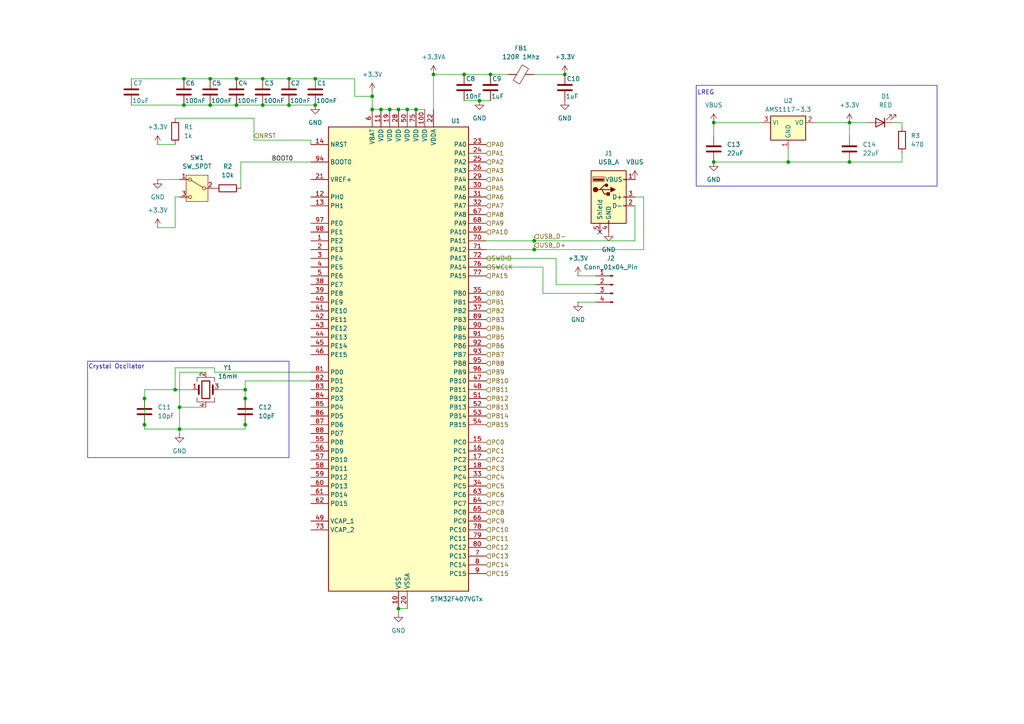
<source format=kicad_sch>
(kicad_sch (version 20250114) (generator "eeschema") (generator_version "9.0")
  (paper "A4")
  (lib_symbols
    (symbol "Connector:Conn_01x04_Pin" (pin_names (offset 1.016) (hide yes))
      (property "Reference" "J" (at 0 5.08 0))
      (property "Value" "Conn_01x04_Pin" (at 0 -7.62 0))
      (symbol "Conn_01x04_Pin_1_1"
        (rectangle (start 0.8636 2.667) (end 0 2.413) (stroke (width 0.1524)) (fill (type outline)))
        (rectangle (start 0.8636 0.127) (end 0 -0.127) (stroke (width 0.1524)) (fill (type outline)))
        (rectangle (start 0.8636 -2.413) (end 0 -2.667) (stroke (width 0.1524)) (fill (type outline)))
        (rectangle (start 0.8636 -4.953) (end 0 -5.207) (stroke (width 0.1524)) (fill (type outline)))
        (polyline (pts (xy 1.27 2.54) (xy 0.8636 2.54)) (stroke (width 0.1524)))
        (polyline (pts (xy 1.27 0) (xy 0.8636 0)) (stroke (width 0.1524)))
        (polyline (pts (xy 1.27 -2.54) (xy 0.8636 -2.54)) (stroke (width 0.1524)))
        (polyline (pts (xy 1.27 -5.08) (xy 0.8636 -5.08)) (stroke (width 0.1524)))
        (pin passive line (at 5.08 2.54 180) (length 3.81) (name "Pin_1") (number "1"))
        (pin passive line (at 5.08 0 180) (length 3.81) (name "Pin_2") (number "2"))
        (pin passive line (at 5.08 -2.54 180) (length 3.81) (name "Pin_3") (number "3"))
        (pin passive line (at 5.08 -5.08 180) (length 3.81) (name "Pin_4") (number "4"))
      )
    )
    (symbol "Connector:USB_A" (pin_names (offset 1.016))
      (property "Reference" "J" (at -5.08 11.43 0))
      (property "Value" "USB_A" (at -5.08 8.89 0))
      (symbol "USB_A_0_1"
        (rectangle (start -5.08 -7.62) (end 5.08 7.62) (stroke (width 0.254)) (fill (type background)))
        (circle (center -3.81 2.159) (radius 0.635) (stroke (width 0.254)) (fill (type outline)))
        (polyline (pts (xy -3.175 2.159) (xy -2.54 2.159) (xy -1.27 3.429) (xy -0.635 3.429)) (stroke (width 0.254)))
        (polyline (pts (xy -2.54 2.159) (xy -1.905 2.159) (xy -1.27 0.889) (xy 0 0.889)) (stroke (width 0.254)))
        (rectangle (start -1.524 4.826) (end -4.318 5.334) (fill (type outline)))
        (rectangle (start -1.27 4.572) (end -4.572 5.842))
        (circle (center -0.635 3.429) (radius 0.381) (stroke (width 0.254)) (fill (type outline)))
        (rectangle (start -0.127 -7.62) (end 0.127 -6.858))
        (rectangle (start 0.254 1.27) (end -0.508 0.508) (stroke (width 0.254)) (fill (type outline)))
        (polyline (pts (xy 0.635 2.794) (xy 0.635 1.524) (xy 1.905 2.159) (xy 0.635 2.794)) (stroke (width 0.254)) (fill (type outline)))
        (rectangle (start 5.08 4.953) (end 4.318 5.207))
        (rectangle (start 5.08 -0.127) (end 4.318 0.127))
        (rectangle (start 5.08 -2.667) (end 4.318 -2.413))
      )
      (symbol "USB_A_1_1"
        (polyline (pts (xy -1.905 2.159) (xy 0.635 2.159)) (stroke (width 0.254)))
        (pin passive line (at -2.54 -10.16 90) (length 2.54) (name "Shield") (number "5"))
        (pin power_in line (at 0 -10.16 90) (length 2.54) (name "GND") (number "4"))
        (pin power_in line (at 7.62 5.08 180) (length 2.54) (name "VBUS") (number "1"))
        (pin bidirectional line (at 7.62 0 180) (length 2.54) (name "D+") (number "3"))
        (pin bidirectional line (at 7.62 -2.54 180) (length 2.54) (name "D-") (number "2"))
      )
    )
    (symbol "Device:C" (pin_numbers (hide yes)) (pin_names (offset 0.254))
      (property "Reference" "C" (at 0.635 2.54 0))
      (property "Value" "C" (at 0.635 -2.54 0))
      (symbol "C_0_1"
        (polyline (pts (xy -2.032 0.762) (xy 2.032 0.762)) (stroke (width 0.508)))
        (polyline (pts (xy -2.032 -0.762) (xy 2.032 -0.762)) (stroke (width 0.508)))
      )
      (symbol "C_1_1"
        (pin passive line (at 0 3.81 270) (length 2.794) (name "~") (number "1"))
        (pin passive line (at 0 -3.81 90) (length 2.794) (name "~") (number "2"))
      )
    )
    (symbol "Device:Crystal_GND24" (pin_names (offset 1.016) (hide yes))
      (property "Reference" "Y" (at 3.175 5.08 0))
      (property "Value" "Crystal_GND24" (at 3.175 3.175 0))
      (symbol "Crystal_GND24_0_1"
        (polyline (pts (xy -2.54 2.286) (xy -2.54 3.556) (xy 2.54 3.556) (xy 2.54 2.286)))
        (polyline (pts (xy -2.54 0) (xy -2.032 0)))
        (polyline (pts (xy -2.54 -2.286) (xy -2.54 -3.556) (xy 2.54 -3.556) (xy 2.54 -2.286)))
        (polyline (pts (xy -2.032 -1.27) (xy -2.032 1.27)) (stroke (width 0.508)))
        (rectangle (start -1.143 2.54) (end 1.143 -2.54) (stroke (width 0.3048)))
        (polyline (pts (xy 0 3.556) (xy 0 3.81)))
        (polyline (pts (xy 0 -3.81) (xy 0 -3.556)))
        (polyline (pts (xy 2.032 0) (xy 2.54 0)))
        (polyline (pts (xy 2.032 -1.27) (xy 2.032 1.27)) (stroke (width 0.508)))
      )
      (symbol "Crystal_GND24_1_1"
        (pin passive line (at -3.81 0 0) (length 1.27) (name "1") (number "1"))
        (pin passive line (at 0 5.08 270) (length 1.27) (name "2") (number "2"))
        (pin passive line (at 0 -5.08 90) (length 1.27) (name "4") (number "4"))
        (pin passive line (at 3.81 0 180) (length 1.27) (name "3") (number "3"))
      )
    )
    (symbol "Device:FerriteBead" (pin_numbers (hide yes)) (pin_names (offset 0))
      (property "Reference" "FB" (at -3.81 0.635 90))
      (property "Value" "FerriteBead" (at 3.81 0 90))
      (symbol "FerriteBead_0_1"
        (polyline (pts (xy -2.7686 0.4064) (xy -1.7018 2.2606) (xy 2.7686 -0.3048) (xy 1.6764 -2.159) (xy -2.7686 0.4064)))
        (polyline (pts (xy 0 1.27) (xy 0 1.2954)))
        (polyline (pts (xy 0 -1.27) (xy 0 -1.2192)))
      )
      (symbol "FerriteBead_1_1"
        (pin passive line (at 0 3.81 270) (length 2.54) (name "~") (number "1"))
        (pin passive line (at 0 -3.81 90) (length 2.54) (name "~") (number "2"))
      )
    )
    (symbol "Device:LED" (pin_numbers (hide yes)) (pin_names (offset 1.016) (hide yes))
      (property "Reference" "D" (at 0 2.54 0))
      (property "Value" "LED" (at 0 -2.54 0))
      (symbol "LED_0_1"
        (polyline (pts (xy -3.048 -0.762) (xy -4.572 -2.286) (xy -3.81 -2.286) (xy -4.572 -2.286) (xy -4.572 -1.524)))
        (polyline (pts (xy -1.778 -0.762) (xy -3.302 -2.286) (xy -2.54 -2.286) (xy -3.302 -2.286) (xy -3.302 -1.524)))
        (polyline (pts (xy -1.27 0) (xy 1.27 0)))
        (polyline (pts (xy -1.27 -1.27) (xy -1.27 1.27)) (stroke (width 0.254)))
        (polyline (pts (xy 1.27 -1.27) (xy 1.27 1.27) (xy -1.27 0) (xy 1.27 -1.27)) (stroke (width 0.254)))
      )
      (symbol "LED_1_1"
        (pin passive line (at -3.81 0 0) (length 2.54) (name "K") (number "1"))
        (pin passive line (at 3.81 0 180) (length 2.54) (name "A") (number "2"))
      )
    )
    (symbol "Device:R" (pin_numbers (hide yes)) (pin_names (offset 0))
      (property "Reference" "R" (at 2.032 0 90))
      (property "Value" "R" (at 0 0 90))
      (symbol "R_0_1"
        (rectangle (start -1.016 -2.54) (end 1.016 2.54) (stroke (width 0.254)))
      )
      (symbol "R_1_1"
        (pin passive line (at 0 3.81 270) (length 1.27) (name "~") (number "1"))
        (pin passive line (at 0 -3.81 90) (length 1.27) (name "~") (number "2"))
      )
    )
    (symbol "MCU_ST_STM32F4:STM32F407VGTx"
      (property "Reference" "U" (at -20.32 69.85 0))
      (property "Value" "STM32F407VGTx" (at 12.7 69.85 0))
      (symbol "STM32F407VGTx_0_1"
        (rectangle (start -20.32 -66.04) (end 20.32 68.58) (stroke (width 0.254)) (fill (type background)))
      )
      (symbol "STM32F407VGTx_1_1"
        (pin input line (at -25.4 63.5 0) (length 5.08) (name "NRST") (number "14"))
        (pin input line (at -25.4 58.42 0) (length 5.08) (name "BOOT0") (number "94"))
        (pin input line (at -25.4 53.34 0) (length 5.08) (name "VREF+") (number "21"))
        (pin bidirectional line (at -25.4 48.26 0) (length 5.08) (name "PH0") (number "12"))
        (pin bidirectional line (at -25.4 45.72 0) (length 5.08) (name "PH1") (number "13"))
        (pin bidirectional line (at -25.4 40.64 0) (length 5.08) (name "PE0") (number "97"))
        (pin bidirectional line (at -25.4 38.1 0) (length 5.08) (name "PE1") (number "98"))
        (pin bidirectional line (at -25.4 35.56 0) (length 5.08) (name "PE2") (number "1"))
        (pin bidirectional line (at -25.4 33.02 0) (length 5.08) (name "PE3") (number "2"))
        (pin bidirectional line (at -25.4 30.48 0) (length 5.08) (name "PE4") (number "3"))
        (pin bidirectional line (at -25.4 27.94 0) (length 5.08) (name "PE5") (number "4"))
        (pin bidirectional line (at -25.4 25.4 0) (length 5.08) (name "PE6") (number "5"))
        (pin bidirectional line (at -25.4 22.86 0) (length 5.08) (name "PE7") (number "38"))
        (pin bidirectional line (at -25.4 20.32 0) (length 5.08) (name "PE8") (number "39"))
        (pin bidirectional line (at -25.4 17.78 0) (length 5.08) (name "PE9") (number "40"))
        (pin bidirectional line (at -25.4 15.24 0) (length 5.08) (name "PE10") (number "41"))
        (pin bidirectional line (at -25.4 12.7 0) (length 5.08) (name "PE11") (number "42"))
        (pin bidirectional line (at -25.4 10.16 0) (length 5.08) (name "PE12") (number "43"))
        (pin bidirectional line (at -25.4 7.62 0) (length 5.08) (name "PE13") (number "44"))
        (pin bidirectional line (at -25.4 5.08 0) (length 5.08) (name "PE14") (number "45"))
        (pin bidirectional line (at -25.4 2.54 0) (length 5.08) (name "PE15") (number "46"))
        (pin bidirectional line (at -25.4 -2.54 0) (length 5.08) (name "PD0") (number "81"))
        (pin bidirectional line (at -25.4 -5.08 0) (length 5.08) (name "PD1") (number "82"))
        (pin bidirectional line (at -25.4 -7.62 0) (length 5.08) (name "PD2") (number "83"))
        (pin bidirectional line (at -25.4 -10.16 0) (length 5.08) (name "PD3") (number "84"))
        (pin bidirectional line (at -25.4 -12.7 0) (length 5.08) (name "PD4") (number "85"))
        (pin bidirectional line (at -25.4 -15.24 0) (length 5.08) (name "PD5") (number "86"))
        (pin bidirectional line (at -25.4 -17.78 0) (length 5.08) (name "PD6") (number "87"))
        (pin bidirectional line (at -25.4 -20.32 0) (length 5.08) (name "PD7") (number "88"))
        (pin bidirectional line (at -25.4 -22.86 0) (length 5.08) (name "PD8") (number "55"))
        (pin bidirectional line (at -25.4 -25.4 0) (length 5.08) (name "PD9") (number "56"))
        (pin bidirectional line (at -25.4 -27.94 0) (length 5.08) (name "PD10") (number "57"))
        (pin bidirectional line (at -25.4 -30.48 0) (length 5.08) (name "PD11") (number "58"))
        (pin bidirectional line (at -25.4 -33.02 0) (length 5.08) (name "PD12") (number "59"))
        (pin bidirectional line (at -25.4 -35.56 0) (length 5.08) (name "PD13") (number "60"))
        (pin bidirectional line (at -25.4 -38.1 0) (length 5.08) (name "PD14") (number "61"))
        (pin bidirectional line (at -25.4 -40.64 0) (length 5.08) (name "PD15") (number "62"))
        (pin power_out line (at -25.4 -45.72 0) (length 5.08) (name "VCAP_1") (number "49"))
        (pin power_out line (at -25.4 -48.26 0) (length 5.08) (name "VCAP_2") (number "73"))
        (pin power_in line (at -7.62 73.66 270) (length 5.08) (name "VBAT") (number "6"))
        (pin power_in line (at -5.08 73.66 270) (length 5.08) (name "VDD") (number "11"))
        (pin power_in line (at -2.54 73.66 270) (length 5.08) (name "VDD") (number "19"))
        (pin power_in line (at 0 73.66 270) (length 5.08) (name "VDD") (number "28"))
        (pin power_in line (at 0 -71.12 90) (length 5.08) (name "VSS") (number "10"))
        (pin passive line (at 0 -71.12 90) (length 5.08) (hide yes) (name "VSS") (number "27"))
        (pin passive line (at 0 -71.12 90) (length 5.08) (hide yes) (name "VSS") (number "74"))
        (pin passive line (at 0 -71.12 90) (length 5.08) (hide yes) (name "VSS") (number "99"))
        (pin power_in line (at 2.54 73.66 270) (length 5.08) (name "VDD") (number "50"))
        (pin power_in line (at 2.54 -71.12 90) (length 5.08) (name "VSSA") (number "20"))
        (pin power_in line (at 5.08 73.66 270) (length 5.08) (name "VDD") (number "75"))
        (pin power_in line (at 7.62 73.66 270) (length 5.08) (name "VDD") (number "100"))
        (pin power_in line (at 10.16 73.66 270) (length 5.08) (name "VDDA") (number "22"))
        (pin bidirectional line (at 25.4 63.5 180) (length 5.08) (name "PA0") (number "23"))
        (pin bidirectional line (at 25.4 60.96 180) (length 5.08) (name "PA1") (number "24"))
        (pin bidirectional line (at 25.4 58.42 180) (length 5.08) (name "PA2") (number "25"))
        (pin bidirectional line (at 25.4 55.88 180) (length 5.08) (name "PA3") (number "26"))
        (pin bidirectional line (at 25.4 53.34 180) (length 5.08) (name "PA4") (number "29"))
        (pin bidirectional line (at 25.4 50.8 180) (length 5.08) (name "PA5") (number "30"))
        (pin bidirectional line (at 25.4 48.26 180) (length 5.08) (name "PA6") (number "31"))
        (pin bidirectional line (at 25.4 45.72 180) (length 5.08) (name "PA7") (number "32"))
        (pin bidirectional line (at 25.4 43.18 180) (length 5.08) (name "PA8") (number "67"))
        (pin bidirectional line (at 25.4 40.64 180) (length 5.08) (name "PA9") (number "68"))
        (pin bidirectional line (at 25.4 38.1 180) (length 5.08) (name "PA10") (number "69"))
        (pin bidirectional line (at 25.4 35.56 180) (length 5.08) (name "PA11") (number "70"))
        (pin bidirectional line (at 25.4 33.02 180) (length 5.08) (name "PA12") (number "71"))
        (pin bidirectional line (at 25.4 30.48 180) (length 5.08) (name "PA13") (number "72"))
        (pin bidirectional line (at 25.4 27.94 180) (length 5.08) (name "PA14") (number "76"))
        (pin bidirectional line (at 25.4 25.4 180) (length 5.08) (name "PA15") (number "77"))
        (pin bidirectional line (at 25.4 20.32 180) (length 5.08) (name "PB0") (number "35"))
        (pin bidirectional line (at 25.4 17.78 180) (length 5.08) (name "PB1") (number "36"))
        (pin bidirectional line (at 25.4 15.24 180) (length 5.08) (name "PB2") (number "37"))
        (pin bidirectional line (at 25.4 12.7 180) (length 5.08) (name "PB3") (number "89"))
        (pin bidirectional line (at 25.4 10.16 180) (length 5.08) (name "PB4") (number "90"))
        (pin bidirectional line (at 25.4 7.62 180) (length 5.08) (name "PB5") (number "91"))
        (pin bidirectional line (at 25.4 5.08 180) (length 5.08) (name "PB6") (number "92"))
        (pin bidirectional line (at 25.4 2.54 180) (length 5.08) (name "PB7") (number "93"))
        (pin bidirectional line (at 25.4 0 180) (length 5.08) (name "PB8") (number "95"))
        (pin bidirectional line (at 25.4 -2.54 180) (length 5.08) (name "PB9") (number "96"))
        (pin bidirectional line (at 25.4 -5.08 180) (length 5.08) (name "PB10") (number "47"))
        (pin bidirectional line (at 25.4 -7.62 180) (length 5.08) (name "PB11") (number "48"))
        (pin bidirectional line (at 25.4 -10.16 180) (length 5.08) (name "PB12") (number "51"))
        (pin bidirectional line (at 25.4 -12.7 180) (length 5.08) (name "PB13") (number "52"))
        (pin bidirectional line (at 25.4 -15.24 180) (length 5.08) (name "PB14") (number "53"))
        (pin bidirectional line (at 25.4 -17.78 180) (length 5.08) (name "PB15") (number "54"))
        (pin bidirectional line (at 25.4 -22.86 180) (length 5.08) (name "PC0") (number "15"))
        (pin bidirectional line (at 25.4 -25.4 180) (length 5.08) (name "PC1") (number "16"))
        (pin bidirectional line (at 25.4 -27.94 180) (length 5.08) (name "PC2") (number "17"))
        (pin bidirectional line (at 25.4 -30.48 180) (length 5.08) (name "PC3") (number "18"))
        (pin bidirectional line (at 25.4 -33.02 180) (length 5.08) (name "PC4") (number "33"))
        (pin bidirectional line (at 25.4 -35.56 180) (length 5.08) (name "PC5") (number "34"))
        (pin bidirectional line (at 25.4 -38.1 180) (length 5.08) (name "PC6") (number "63"))
        (pin bidirectional line (at 25.4 -40.64 180) (length 5.08) (name "PC7") (number "64"))
        (pin bidirectional line (at 25.4 -43.18 180) (length 5.08) (name "PC8") (number "65"))
        (pin bidirectional line (at 25.4 -45.72 180) (length 5.08) (name "PC9") (number "66"))
        (pin bidirectional line (at 25.4 -48.26 180) (length 5.08) (name "PC10") (number "78"))
        (pin bidirectional line (at 25.4 -50.8 180) (length 5.08) (name "PC11") (number "79"))
        (pin bidirectional line (at 25.4 -53.34 180) (length 5.08) (name "PC12") (number "80"))
        (pin bidirectional line (at 25.4 -55.88 180) (length 5.08) (name "PC13") (number "7"))
        (pin bidirectional line (at 25.4 -58.42 180) (length 5.08) (name "PC14") (number "8"))
        (pin bidirectional line (at 25.4 -60.96 180) (length 5.08) (name "PC15") (number "9"))
      )
    )
    (symbol "Regulator_Linear:AMS1117-3.3"
      (property "Reference" "U" (at -3.81 3.175 0))
      (property "Value" "AMS1117-3.3" (at 0 3.175 0))
      (symbol "AMS1117-3.3_0_1"
        (rectangle (start -5.08 -5.08) (end 5.08 1.905) (stroke (width 0.254)) (fill (type background)))
      )
      (symbol "AMS1117-3.3_1_1"
        (pin power_in line (at -7.62 0 0) (length 2.54) (name "VI") (number "3"))
        (pin power_in line (at 0 -7.62 90) (length 2.54) (name "GND") (number "1"))
        (pin power_out line (at 7.62 0 180) (length 2.54) (name "VO") (number "2"))
      )
    )
    (symbol "Switch:SW_SPDT" (pin_names (offset 0) (hide yes))
      (property "Reference" "SW" (at 0 5.08 0))
      (property "Value" "SW_SPDT" (at 0 -5.08 0))
      (symbol "SW_SPDT_0_1"
        (circle (center -2.032 0) (radius 0.4572))
        (polyline (pts (xy -1.651 0.254) (xy 1.651 2.286)))
        (circle (center 2.032 2.54) (radius 0.4572))
        (circle (center 2.032 -2.54) (radius 0.4572))
      )
      (symbol "SW_SPDT_1_1"
        (rectangle (start -3.175 3.81) (end 3.175 -3.81) (fill (type background)))
        (pin passive line (at -5.08 0 0) (length 2.54) (name "B") (number "2"))
        (pin passive line (at 5.08 2.54 180) (length 2.54) (name "A") (number "1"))
        (pin passive line (at 5.08 -2.54 180) (length 2.54) (name "C") (number "3"))
      )
    )
    (symbol "power:+3.3V" (power) (pin_numbers (hide yes)) (pin_names (offset 0) (hide yes))
      (property "Value" "+3.3V" (at 0 3.556 0))
      (symbol "+3.3V_0_1"
        (polyline (pts (xy -0.762 1.27) (xy 0 2.54)))
        (polyline (pts (xy 0 2.54) (xy 0.762 1.27)))
        (polyline (pts (xy 0 0) (xy 0 2.54)))
      )
      (symbol "+3.3V_1_1"
        (pin power_in line (at 0 0 90) (length 0) (name "~") (number "1"))
      )
    )
    (symbol "power:+3.3VA" (power) (pin_numbers (hide yes)) (pin_names (offset 0) (hide yes))
      (property "Value" "+3.3VA" (at 0 3.556 0))
      (symbol "+3.3VA_0_1"
        (polyline (pts (xy -0.762 1.27) (xy 0 2.54)))
        (polyline (pts (xy 0 2.54) (xy 0.762 1.27)))
        (polyline (pts (xy 0 0) (xy 0 2.54)))
      )
      (symbol "+3.3VA_1_1"
        (pin power_in line (at 0 0 90) (length 0) (name "~") (number "1"))
      )
    )
    (symbol "power:+3V3" (power) (pin_numbers (hide yes)) (pin_names (offset 0) (hide yes))
      (property "Value" "+3V3" (at 0 3.556 0))
      (symbol "+3V3_0_1"
        (polyline (pts (xy -0.762 1.27) (xy 0 2.54)))
        (polyline (pts (xy 0 2.54) (xy 0.762 1.27)))
        (polyline (pts (xy 0 0) (xy 0 2.54)))
      )
      (symbol "+3V3_1_1"
        (pin power_in line (at 0 0 90) (length 0) (name "~") (number "1"))
      )
    )
    (symbol "power:+5V" (power) (pin_numbers (hide yes)) (pin_names (offset 0) (hide yes))
      (property "Value" "+5V" (at 0 3.556 0))
      (symbol "+5V_0_1"
        (polyline (pts (xy -0.762 1.27) (xy 0 2.54)))
        (polyline (pts (xy 0 2.54) (xy 0.762 1.27)))
        (polyline (pts (xy 0 0) (xy 0 2.54)))
      )
      (symbol "+5V_1_1"
        (pin power_in line (at 0 0 90) (length 0) (name "~") (number "1"))
      )
    )
    (symbol "power:GND" (power) (pin_numbers (hide yes)) (pin_names (offset 0) (hide yes))
      (property "Value" "GND" (at 0 -3.81 0))
      (symbol "GND_0_1"
        (polyline (pts (xy 0 0) (xy 0 -1.27) (xy 1.27 -1.27) (xy 0 -2.54) (xy -1.27 -1.27) (xy 0 -1.27)))
      )
      (symbol "GND_1_1"
        (pin power_in line (at 0 0 270) (length 0) (name "~") (number "1"))
      )
    )
    (symbol "power:VBUS" (power) (pin_numbers (hide yes)) (pin_names (offset 0) (hide yes))
      (property "Value" "VBUS" (at 0 3.556 0))
      (symbol "VBUS_0_1"
        (polyline (pts (xy -0.762 1.27) (xy 0 2.54)))
        (polyline (pts (xy 0 2.54) (xy 0.762 1.27)))
        (polyline (pts (xy 0 0) (xy 0 2.54)))
      )
      (symbol "VBUS_1_1"
        (pin power_in line (at 0 0 90) (length 0) (name "~") (number "1"))
      )
    )
  )
  (rectangle (start 201.93 24.765) (end 271.78 53.975))
  (rectangle (start 25.4 104.775) (end 83.82 132.715))
  (text "Crystal Occilator" (at 33.782 106.426 0) (effects (font (size 1.27 1.27))))
  (text "LREG" (at 204.724 26.924 0) (effects (font (size 1.27 1.27))))
  (junction (at 139.065 29.21))
  (junction (at 246.38 46.99))
  (junction (at 50.8 113.03))
  (junction (at 125.73 21.59))
  (junction (at 107.95 27.94))
  (junction (at 113.03 31.75))
  (junction (at 118.11 31.75))
  (junction (at 68.58 22.86))
  (junction (at 53.34 22.86))
  (junction (at 228.6 46.99))
  (junction (at 154.94 72.39))
  (junction (at 53.34 30.48))
  (junction (at 71.12 123.19))
  (junction (at 60.96 30.48))
  (junction (at 41.91 123.19))
  (junction (at 207.01 46.99))
  (junction (at 115.57 176.53))
  (junction (at 246.38 35.56))
  (junction (at 76.2 22.86))
  (junction (at 163.83 21.59))
  (junction (at 52.07 118.11))
  (junction (at 68.58 30.48))
  (junction (at 207.01 35.56))
  (junction (at 115.57 31.75))
  (junction (at 71.12 113.03))
  (junction (at 154.94 69.85))
  (junction (at 120.65 31.75))
  (junction (at 134.62 21.59))
  (junction (at 83.82 30.48))
  (junction (at 110.49 31.75))
  (junction (at 60.96 22.86))
  (junction (at 41.91 115.57))
  (junction (at 83.82 22.86))
  (junction (at 71.12 115.57))
  (junction (at 107.95 31.75))
  (junction (at 52.07 124.46))
  (junction (at 76.2 30.48))
  (junction (at 91.44 30.48))
  (junction (at 142.24 21.59))
  (junction (at 91.44 22.86))
  (no_connect (at 173.99 67.31))
  (wire (pts (xy 60.96 22.86) (xy 68.58 22.86)))
  (wire (pts (xy 53.34 22.86) (xy 60.96 22.86)))
  (wire (pts (xy 228.6 46.99) (xy 246.38 46.99)))
  (wire (pts (xy 154.94 72.39) (xy 186.69 72.39)))
  (wire (pts (xy 59.69 107.95) (xy 52.07 107.95)))
  (wire (pts (xy 90.17 46.99) (xy 69.85 46.99)))
  (wire (pts (xy 259.08 35.56) (xy 261.62 35.56)))
  (wire (pts (xy 157.48 77.47) (xy 157.48 85.09)))
  (wire (pts (xy 184.15 69.85) (xy 184.15 59.69)))
  (wire (pts (xy 107.95 27.94) (xy 107.95 31.75)))
  (wire (pts (xy 71.12 124.46) (xy 71.12 123.19)))
  (wire (pts (xy 38.1 22.86) (xy 53.34 22.86)))
  (wire (pts (xy 50.8 66.04) (xy 50.8 57.15)))
  (wire (pts (xy 107.95 31.75) (xy 110.49 31.75)))
  (wire (pts (xy 52.07 118.11) (xy 59.69 118.11)))
  (wire (pts (xy 236.22 35.56) (xy 246.38 35.56)))
  (wire (pts (xy 62.23 107.95) (xy 62.23 106.68)))
  (wire (pts (xy 157.48 85.09) (xy 172.72 85.09)))
  (wire (pts (xy 125.73 21.59) (xy 125.73 31.75)))
  (wire (pts (xy 154.94 21.59) (xy 163.83 21.59)))
  (wire (pts (xy 41.91 113.03) (xy 41.91 115.57)))
  (wire (pts (xy 120.65 31.75) (xy 123.19 31.75)))
  (wire (pts (xy 161.29 74.93) (xy 161.29 82.55)))
  (wire (pts (xy 102.87 27.94) (xy 107.95 27.94)))
  (wire (pts (xy 134.62 21.59) (xy 142.24 21.59)))
  (wire (pts (xy 71.12 110.49) (xy 90.17 110.49)))
  (wire (pts (xy 63.5 113.03) (xy 71.12 113.03)))
  (wire (pts (xy 73.66 34.29) (xy 73.66 40.64)))
  (wire (pts (xy 246.38 35.56) (xy 246.38 39.37)))
  (wire (pts (xy 118.11 31.75) (xy 120.65 31.75)))
  (wire (pts (xy 140.97 77.47) (xy 157.48 77.47)))
  (wire (pts (xy 186.69 72.39) (xy 186.69 57.15)))
  (wire (pts (xy 50.8 57.15) (xy 52.07 57.15)))
  (wire (pts (xy 154.94 68.58) (xy 154.94 69.85)))
  (wire (pts (xy 154.94 71.12) (xy 154.94 72.39)))
  (wire (pts (xy 90.17 107.95) (xy 62.23 107.95)))
  (wire (pts (xy 73.66 40.64) (xy 90.17 40.64)))
  (wire (pts (xy 41.91 123.19) (xy 41.91 124.46)))
  (wire (pts (xy 62.23 106.68) (xy 50.8 106.68)))
  (wire (pts (xy 102.87 22.86) (xy 102.87 27.94)))
  (wire (pts (xy 154.94 69.85) (xy 184.15 69.85)))
  (wire (pts (xy 68.58 30.48) (xy 76.2 30.48)))
  (wire (pts (xy 139.065 29.21) (xy 142.24 29.21)))
  (wire (pts (xy 161.29 82.55) (xy 172.72 82.55)))
  (wire (pts (xy 69.85 46.99) (xy 69.85 54.61)))
  (wire (pts (xy 52.07 124.46) (xy 71.12 124.46)))
  (wire (pts (xy 50.8 113.03) (xy 55.88 113.03)))
  (wire (pts (xy 76.2 22.86) (xy 83.82 22.86)))
  (wire (pts (xy 134.62 29.21) (xy 139.065 29.21)))
  (wire (pts (xy 115.57 176.53) (xy 118.11 176.53)))
  (wire (pts (xy 76.2 30.48) (xy 83.82 30.48)))
  (wire (pts (xy 71.12 113.03) (xy 71.12 115.57)))
  (wire (pts (xy 140.97 74.93) (xy 161.29 74.93)))
  (wire (pts (xy 228.6 46.99) (xy 228.6 43.18)))
  (wire (pts (xy 41.91 124.46) (xy 52.07 124.46)))
  (wire (pts (xy 60.96 30.48) (xy 68.58 30.48)))
  (wire (pts (xy 50.8 113.03) (xy 41.91 113.03)))
  (wire (pts (xy 68.58 22.86) (xy 76.2 22.86)))
  (wire (pts (xy 167.64 80.01) (xy 172.72 80.01)))
  (wire (pts (xy 53.34 30.48) (xy 60.96 30.48)))
  (wire (pts (xy 142.24 21.59) (xy 147.32 21.59)))
  (wire (pts (xy 38.1 30.48) (xy 53.34 30.48)))
  (wire (pts (xy 113.03 31.75) (xy 115.57 31.75)))
  (wire (pts (xy 167.64 87.63) (xy 172.72 87.63)))
  (wire (pts (xy 71.12 110.49) (xy 71.12 113.03)))
  (wire (pts (xy 41.91 115.57) (xy 41.91 123.19)))
  (wire (pts (xy 52.07 124.46) (xy 52.07 118.11)))
  (wire (pts (xy 140.97 72.39) (xy 154.94 72.39)))
  (wire (pts (xy 45.72 52.07) (xy 52.07 52.07)))
  (wire (pts (xy 50.8 106.68) (xy 50.8 113.03)))
  (wire (pts (xy 207.01 35.56) (xy 220.98 35.56)))
  (wire (pts (xy 52.07 125.73) (xy 52.07 124.46)))
  (wire (pts (xy 207.01 46.99) (xy 228.6 46.99)))
  (wire (pts (xy 110.49 31.75) (xy 113.03 31.75)))
  (wire (pts (xy 115.57 176.53) (xy 115.57 177.8)))
  (wire (pts (xy 107.95 26.67) (xy 107.95 27.94)))
  (wire (pts (xy 71.12 115.57) (xy 71.12 123.19)))
  (wire (pts (xy 83.82 30.48) (xy 91.44 30.48)))
  (wire (pts (xy 246.38 46.99) (xy 261.62 46.99)))
  (wire (pts (xy 186.69 57.15) (xy 184.15 57.15)))
  (wire (pts (xy 91.44 22.86) (xy 102.87 22.86)))
  (wire (pts (xy 134.62 21.59) (xy 125.73 21.59)))
  (wire (pts (xy 52.07 107.95) (xy 52.07 118.11)))
  (wire (pts (xy 140.97 69.85) (xy 154.94 69.85)))
  (wire (pts (xy 83.82 22.86) (xy 91.44 22.86)))
  (wire (pts (xy 207.01 35.56) (xy 207.01 39.37)))
  (wire (pts (xy 50.8 41.91) (xy 45.72 41.91)))
  (wire (pts (xy 45.72 66.04) (xy 50.8 66.04)))
  (wire (pts (xy 251.46 35.56) (xy 246.38 35.56)))
  (wire (pts (xy 90.17 40.64) (xy 90.17 41.91)))
  (wire (pts (xy 261.62 35.56) (xy 261.62 36.83)))
  (wire (pts (xy 115.57 31.75) (xy 118.11 31.75)))
  (wire (pts (xy 50.8 34.29) (xy 73.66 34.29)))
  (wire (pts (xy 261.62 46.99) (xy 261.62 44.45)))
  (label "BOOT0" (at 78.74 46.99 0))
  (hierarchical_label "PB6" (shape input) (at 140.97 100.33 0))
  (hierarchical_label "PB14" (shape input) (at 140.97 120.65 0))
  (hierarchical_label "PB11" (shape input) (at 140.97 113.03 0))
  (hierarchical_label "PB9" (shape input) (at 140.97 107.95 0))
  (hierarchical_label "PC15" (shape input) (at 140.97 166.37 0))
  (hierarchical_label "NRST" (shape input) (at 73.66 39.37 0))
  (hierarchical_label "PB7" (shape input) (at 140.97 102.87 0))
  (hierarchical_label "PA9" (shape input) (at 140.97 64.77 0))
  (hierarchical_label "PC1" (shape input) (at 140.97 130.81 0))
  (hierarchical_label "PC9" (shape input) (at 140.97 151.13 0))
  (hierarchical_label "PB0" (shape input) (at 140.97 85.09 0))
  (hierarchical_label "PC4" (shape input) (at 140.97 138.43 0))
  (hierarchical_label "PA2" (shape input) (at 140.97 46.99 0))
  (hierarchical_label "PC0" (shape input) (at 140.97 128.27 0))
  (hierarchical_label "PC11" (shape input) (at 140.97 156.21 0))
  (hierarchical_label "PA6" (shape input) (at 140.97 57.15 0))
  (hierarchical_label "PA15" (shape input) (at 140.97 80.01 0))
  (hierarchical_label "PC3" (shape input) (at 140.97 135.89 0))
  (hierarchical_label "PA10" (shape input) (at 140.97 67.31 0))
  (hierarchical_label "PB15" (shape input) (at 140.97 123.19 0))
  (hierarchical_label "PC7" (shape input) (at 140.97 146.05 0))
  (hierarchical_label "PB5" (shape input) (at 140.97 97.79 0))
  (hierarchical_label "SWDIO" (shape input) (at 140.97 74.93 0))
  (hierarchical_label "PC8" (shape input) (at 140.97 148.59 0))
  (hierarchical_label "PA5" (shape input) (at 140.97 54.61 0))
  (hierarchical_label "PB12" (shape input) (at 140.97 115.57 0))
  (hierarchical_label "PA8" (shape input) (at 140.97 62.23 0))
  (hierarchical_label "USB_D+" (shape input) (at 154.94 71.12 0))
  (hierarchical_label "PB10" (shape input) (at 140.97 110.49 0))
  (hierarchical_label "SWCLK" (shape input) (at 140.97 77.47 0))
  (hierarchical_label "PB8" (shape input) (at 140.97 105.41 0))
  (hierarchical_label "USB_D-" (shape input) (at 154.94 68.58 0))
  (hierarchical_label "PA4" (shape input) (at 140.97 52.07 0))
  (hierarchical_label "PC2" (shape input) (at 140.97 133.35 0))
  (hierarchical_label "PC13" (shape input) (at 140.97 161.29 0))
  (hierarchical_label "PC10" (shape input) (at 140.97 153.67 0))
  (hierarchical_label "PA7" (shape input) (at 140.97 59.69 0))
  (hierarchical_label "PB2" (shape input) (at 140.97 90.17 0))
  (hierarchical_label "PC5" (shape input) (at 140.97 140.97 0))
  (hierarchical_label "PA1" (shape input) (at 140.97 44.45 0))
  (hierarchical_label "PC12" (shape input) (at 140.97 158.75 0))
  (hierarchical_label "PB3" (shape input) (at 140.97 92.71 0))
  (hierarchical_label "PB4" (shape input) (at 140.97 95.25 0))
  (hierarchical_label "PC6" (shape input) (at 140.97 143.51 0))
  (hierarchical_label "PB1" (shape input) (at 140.97 87.63 0))
  (hierarchical_label "PA3" (shape input) (at 140.97 49.53 0))
  (hierarchical_label "PA0" (shape input) (at 140.97 41.91 0))
  (hierarchical_label "PC14" (shape input) (at 140.97 163.83 0))
  (hierarchical_label "PB13" (shape input) (at 140.97 118.11 0))
  (symbol (lib_id "power:GND") (at 207.01 46.99 0) (unit 1)
    (property "Reference" "#PWR018" (effects (hide yes)))
    (property "Value" "GND" (at 207.01 52.07 0))
    (property "Description" "Power symbol creates a global label with name \"GND\" , ground" (effects (hide yes)))
  )
  (symbol (lib_id "Regulator_Linear:AMS1117-3.3") (at 228.6 35.56 0) (unit 1)
    (property "Reference" "U2" (at 228.6 29.21 0))
    (property "Value" "AMS1117-3.3" (at 228.6 31.75 0))
    (property "Footprint" "Package_TO_SOT_SMD:SOT-223-3_TabPin2" (effects (hide yes)))
    (property "Datasheet" "http://www.advanced-monolithic.com/pdf/ds1117.pdf" (effects (hide yes)))
    (property "Description" "1A Low Dropout regulator, positive, 3.3V fixed output, SOT-223" (effects (hide yes)))
  )
  (symbol (lib_id "power:GND") (at 139.065 29.21 0) (unit 1)
    (property "Reference" "#PWR05" (effects (hide yes)))
    (property "Value" "GND" (at 139.065 34.29 0))
    (property "Description" "Power symbol creates a global label with name \"GND\" , ground" (effects (hide yes)))
  )
  (symbol (lib_id "Device:LED") (at 255.27 35.56 180) (unit 1)
    (property "Reference" "D1" (at 256.8575 27.94 0))
    (property "Value" "RED" (at 256.8575 30.48 0))
    (property "Description" "Light emitting diode" (effects (hide yes)))
    (property "Sim.Pins" "1=K 2=A" (effects (hide yes)))
  )
  (symbol (lib_id "Device:C") (at 246.38 43.18 0) (unit 1)
    (property "Reference" "C14" (at 250.19 41.9099 0) (effects (justify left)))
    (property "Value" "22uF" (at 250.19 44.4499 0) (effects (justify left)))
    (property "Description" "Unpolarized capacitor" (effects (hide yes)))
  )
  (symbol (lib_id "power:+3.3V") (at 167.64 80.01 0) (unit 1)
    (property "Reference" "#PWR011" (effects (hide yes)))
    (property "Value" "+3.3V" (at 167.64 74.93 0))
    (property "Description" "Power symbol creates a global label with name \"+3.3V\"" (effects (hide yes)))
  )
  (symbol (lib_id "Connector:USB_A") (at 176.53 57.15 0) (unit 1)
    (property "Reference" "J1" (at 176.53 44.45 0))
    (property "Value" "USB_A" (at 176.53 46.99 0))
    (property "Description" "USB Type A connector" (effects (hide yes)))
  )
  (symbol (lib_id "power:+3.3V") (at 45.72 41.91 0) (unit 1)
    (property "Reference" "#PWR08" (effects (hide yes)))
    (property "Value" "+3.3V" (at 45.72 36.83 0))
    (property "Description" "Power symbol creates a global label with name \"+3.3V\"" (effects (hide yes)))
  )
  (symbol (lib_id "power:+3.3VA") (at 125.73 21.59 0) (unit 1)
    (property "Reference" "#PWR04" (effects (hide yes)))
    (property "Value" "+3.3VA" (at 125.73 16.51 0))
    (property "Description" "Power symbol creates a global label with name \"+3.3VA\"" (effects (hide yes)))
  )
  (symbol (lib_id "power:VBUS") (at 207.01 35.56 0) (unit 1)
    (property "Reference" "#PWR016" (effects (hide yes)))
    (property "Value" "VBUS" (at 207.01 30.48 0))
    (property "Description" "Power symbol creates a global label with name \"VBUS\"" (effects (hide yes)))
  )
  (symbol (lib_id "Device:C") (at 76.2 26.67 0) (unit 1)
    (property "Reference" "C3" (at 76.708 24.13 0) (effects (justify left)))
    (property "Value" "100nF" (at 76.454 29.21 0) (effects (justify left)))
    (property "Description" "Unpolarized capacitor" (effects (hide yes)))
  )
  (symbol (lib_id "Device:C") (at 38.1 26.67 0) (unit 1)
    (property "Reference" "C7" (at 38.608 24.13 0) (effects (justify left)))
    (property "Value" "10uF" (at 38.354 29.21 0) (effects (justify left)))
    (property "Description" "Unpolarized capacitor" (effects (hide yes)))
  )
  (symbol (lib_id "Device:C") (at 41.91 119.38 0) (unit 1)
    (property "Reference" "C11" (at 45.72 118.1099 0) (effects (justify left)))
    (property "Value" "10pF" (at 45.72 120.6499 0) (effects (justify left)))
    (property "Description" "Unpolarized capacitor" (effects (hide yes)))
  )
  (symbol (lib_id "Device:C") (at 83.82 26.67 0) (unit 1)
    (property "Reference" "C2" (at 84.328 24.13 0) (effects (justify left)))
    (property "Value" "100nF" (at 84.074 29.21 0) (effects (justify left)))
    (property "Description" "Unpolarized capacitor" (effects (hide yes)))
  )
  (symbol (lib_id "Device:C") (at 207.01 43.18 0) (unit 1)
    (property "Reference" "C13" (at 210.82 41.9099 0) (effects (justify left)))
    (property "Value" "22uF" (at 210.82 44.4499 0) (effects (justify left)))
    (property "Description" "Unpolarized capacitor" (effects (hide yes)))
  )
  (symbol (lib_id "Device:R") (at 50.8 38.1 0) (unit 1)
    (property "Reference" "R1" (at 53.34 36.8299 0) (effects (justify left)))
    (property "Value" "1k" (at 53.34 39.3699 0) (effects (justify left)))
    (property "Description" "Resistor" (effects (hide yes)))
  )
  (symbol (lib_id "Device:C") (at 53.34 26.67 0) (unit 1)
    (property "Reference" "C6" (at 53.848 24.13 0) (effects (justify left)))
    (property "Value" "100nF" (at 53.594 29.21 0) (effects (justify left)))
    (property "Description" "Unpolarized capacitor" (effects (hide yes)))
  )
  (symbol (lib_id "power:GND") (at 176.53 67.31 0) (unit 1)
    (property "Reference" "#PWR012" (effects (hide yes)))
    (property "Value" "GND" (at 176.53 72.39 0))
    (property "Description" "Power symbol creates a global label with name \"GND\" , ground" (effects (hide yes)))
  )
  (symbol (lib_id "Device:C") (at 68.58 26.67 0) (unit 1)
    (property "Reference" "C4" (at 69.088 24.13 0) (effects (justify left)))
    (property "Value" "100nF" (at 68.834 29.21 0) (effects (justify left)))
    (property "Description" "Unpolarized capacitor" (effects (hide yes)))
  )
  (symbol (lib_id "power:GND") (at 45.72 52.07 0) (unit 1)
    (property "Reference" "#PWR09" (effects (hide yes)))
    (property "Value" "GND" (at 45.72 57.15 0))
    (property "Description" "Power symbol creates a global label with name \"GND\" , ground" (effects (hide yes)))
  )
  (symbol (lib_id "power:+3.3V") (at 45.72 66.04 0) (unit 1)
    (property "Reference" "#PWR010" (effects (hide yes)))
    (property "Value" "+3.3V" (at 45.72 60.96 0))
    (property "Description" "Power symbol creates a global label with name \"+3.3V\"" (effects (hide yes)))
  )
  (symbol (lib_id "power:GND") (at 52.07 125.73 0) (unit 1)
    (property "Reference" "#PWR014" (effects (hide yes)))
    (property "Value" "GND" (at 52.07 130.81 0))
    (property "Description" "Power symbol creates a global label with name \"GND\" , ground" (effects (hide yes)))
  )
  (symbol (lib_id "Device:C") (at 134.62 25.4 0) (unit 1)
    (property "Reference" "C8" (at 135.128 22.86 0) (effects (justify left)))
    (property "Value" "10nF" (at 134.874 27.94 0) (effects (justify left)))
    (property "Description" "Unpolarized capacitor" (effects (hide yes)))
  )
  (symbol (lib_id "Device:C") (at 60.96 26.67 0) (unit 1)
    (property "Reference" "C5" (at 61.468 24.13 0) (effects (justify left)))
    (property "Value" "100nF" (at 61.214 29.21 0) (effects (justify left)))
    (property "Description" "Unpolarized capacitor" (effects (hide yes)))
  )
  (symbol (lib_id "power:+5V") (at 184.15 52.07 0) (unit 1)
    (property "Reference" "#PWR013" (effects (hide yes)))
    (property "Value" "VBUS" (at 184.15 46.99 0))
    (property "Description" "Power symbol creates a global label with name \"+5V\"" (effects (hide yes)))
  )
  (symbol (lib_id "power:GND") (at 115.57 177.8 0) (unit 1)
    (property "Reference" "#PWR01" (effects (hide yes)))
    (property "Value" "GND" (at 115.57 182.88 0))
    (property "Description" "Power symbol creates a global label with name \"GND\" , ground" (effects (hide yes)))
  )
  (symbol (lib_id "power:GND") (at 167.64 87.63 0) (unit 1)
    (property "Reference" "#PWR015" (effects (hide yes)))
    (property "Value" "GND" (at 167.64 92.71 0))
    (property "Description" "Power symbol creates a global label with name \"GND\" , ground" (effects (hide yes)))
  )
  (symbol (lib_id "Device:R") (at 66.04 54.61 90) (unit 1)
    (property "Reference" "R2" (at 66.04 48.26 90))
    (property "Value" "10k" (at 66.04 50.8 90))
    (property "Description" "Resistor" (effects (hide yes)))
  )
  (symbol (lib_id "Device:C") (at 71.12 119.38 0) (unit 1)
    (property "Reference" "C12" (at 74.93 118.1099 0) (effects (justify left)))
    (property "Value" "10pF" (at 74.93 120.6499 0) (effects (justify left)))
    (property "Description" "Unpolarized capacitor" (effects (hide yes)))
  )
  (symbol (lib_id "power:+3.3V") (at 246.38 35.56 0) (unit 1)
    (property "Reference" "#PWR017" (effects (hide yes)))
    (property "Value" "+3.3V" (at 246.38 30.48 0))
    (property "Description" "Power symbol creates a global label with name \"+3.3V\"" (effects (hide yes)))
  )
  (symbol (lib_id "Connector:Conn_01x04_Pin") (at 177.8 82.55 0) (mirror y) (unit 1)
    (property "Reference" "J2" (at 177.165 74.93 0))
    (property "Value" "Conn_01x04_Pin" (at 177.165 77.47 0))
    (property "Description" "Generic connector, single row, 01x04, script generated" (effects (hide yes)))
  )
  (symbol (lib_id "Device:Crystal_GND24") (at 59.69 113.03 0) (unit 1)
    (property "Reference" "Y1" (at 66.04 106.6098 0))
    (property "Value" "16mH" (at 66.04 109.1498 0))
    (property "Description" "Four pin crystal, GND on pins 2 and 4" (effects (hide yes)))
  )
  (symbol (lib_id "power:+3V3") (at 107.95 26.67 0) (unit 1)
    (property "Reference" "#PWR02" (effects (hide yes)))
    (property "Value" "+3.3V" (at 107.95 21.59 0))
    (property "Description" "Power symbol creates a global label with name \"+3V3\"" (effects (hide yes)))
  )
  (symbol (lib_id "Device:C") (at 142.24 25.4 0) (unit 1)
    (property "Reference" "C9" (at 142.748 22.86 0) (effects (justify left)))
    (property "Value" "1uF" (at 142.494 27.94 0) (effects (justify left)))
    (property "Description" "Unpolarized capacitor" (effects (hide yes)))
  )
  (symbol (lib_id "Device:C") (at 91.44 26.67 0) (unit 1)
    (property "Reference" "C1" (at 91.948 24.13 0) (effects (justify left)))
    (property "Value" "100nF" (at 91.694 29.21 0) (effects (justify left)))
    (property "Description" "Unpolarized capacitor" (effects (hide yes)))
  )
  (symbol (lib_id "Device:R") (at 261.62 40.64 0) (unit 1)
    (property "Reference" "R3" (at 264.16 39.3699 0) (effects (justify left)))
    (property "Value" "470" (at 264.16 41.9099 0) (effects (justify left)))
    (property "Description" "Resistor" (effects (hide yes)))
  )
  (symbol (lib_id "Device:C") (at 163.83 25.4 0) (unit 1)
    (property "Reference" "C10" (at 164.338 22.86 0) (effects (justify left)))
    (property "Value" "1uF" (at 164.084 27.94 0) (effects (justify left)))
    (property "Description" "Unpolarized capacitor" (effects (hide yes)))
  )
  (symbol (lib_id "Switch:SW_SPDT") (at 57.15 54.61 0) (mirror y) (unit 1)
    (property "Reference" "SW1" (at 57.15 45.72 0))
    (property "Value" "SW_SPDT" (at 57.15 48.26 0))
    (property "Description" "Switch, single pole double throw" (effects (hide yes)))
  )
  (symbol (lib_id "power:+3V3") (at 163.83 21.59 0) (unit 1)
    (property "Reference" "#PWR07" (effects (hide yes)))
    (property "Value" "+3.3V" (at 163.83 16.51 0))
    (property "Description" "Power symbol creates a global label with name \"+3V3\"" (effects (hide yes)))
  )
  (symbol (lib_id "power:GND") (at 91.44 30.48 0) (unit 1)
    (property "Reference" "#PWR03" (effects (hide yes)))
    (property "Value" "GND" (at 91.44 35.56 0))
    (property "Description" "Power symbol creates a global label with name \"GND\" , ground" (effects (hide yes)))
  )
  (symbol (lib_id "MCU_ST_STM32F4:STM32F407VGTx") (at 115.57 105.41 0) (unit 1)
    (property "Reference" "U1" (at 130.81 35.052 0) (effects (justify left)))
    (property "Value" "STM32F407VGTx" (at 124.714 173.736 0) (effects (justify left)))
    (property "Footprint" "Package_QFP:LQFP-100_14x14mm_P0.5mm" (effects (hide yes)))
    (property "Datasheet" "https://www.st.com/resource/en/datasheet/stm32f407vg.pdf" (effects (hide yes)))
    (property "Description" "STMicroelectronics Arm Cortex-M4 MCU, 1024KB flash, 192KB RAM, 168 MHz, 1.8-3.6V, 82 GPIO, LQFP100" (effects (hide yes)))
  )
  (symbol (lib_id "power:GND") (at 163.83 29.21 0) (unit 1)
    (property "Reference" "#PWR06" (effects (hide yes)))
    (property "Value" "GND" (at 163.83 34.29 0))
    (property "Description" "Power symbol creates a global label with name \"GND\" , ground" (effects (hide yes)))
  )
  (symbol (lib_id "Device:FerriteBead") (at 151.13 21.59 90) (unit 1)
    (property "Reference" "FB1" (at 151.0792 13.97 90))
    (property "Value" "120R 1Mhz" (at 151.0792 16.51 90))
    (property "Description" "Ferrite bead" (effects (hide yes)))
  )
)
</source>
